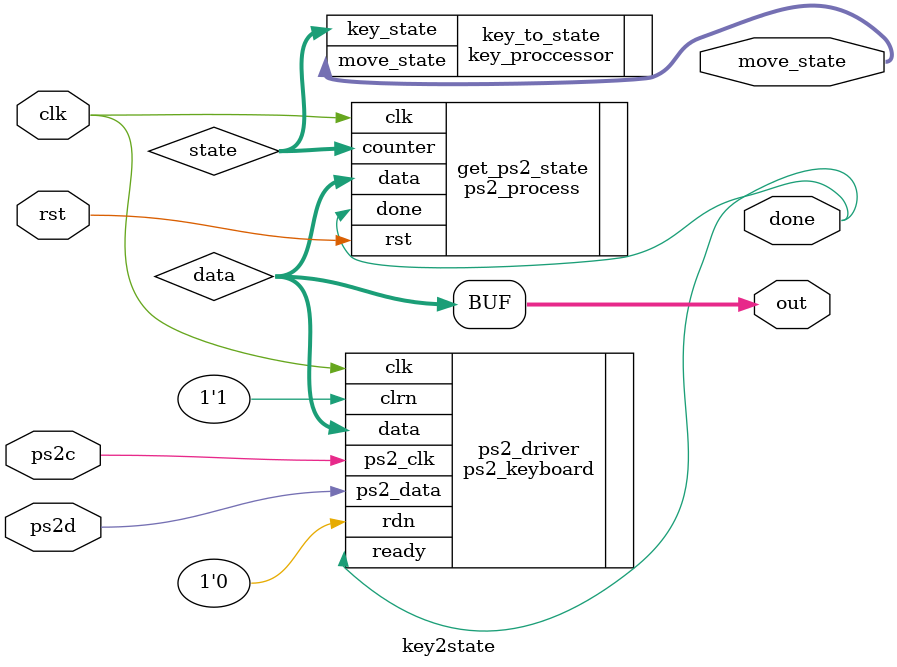
<source format=v>
module key2state(
    input wire clk,rst,
    input wire ps2c, ps2d,
    output wire[3:0] move_state,
    output wire done,
    output wire[7:0] out
);
    wire[7:0] data;
    wire[7:0] key;
    wire[4:0] state;
    assign out = data;
    ps2_keyboard ps2_driver(.ps2_clk(ps2c), .ps2_data(ps2d), .clk(clk),  .ready(done), .data(data), .rdn(1'b0), .clrn(1'b1));
    ps2_process get_ps2_state(.clk(clk), .rst(rst), .done(done), .data(data), .counter(state));
    key_proccessor key_to_state(.move_state(move_state), .key_state(state));
    
endmodule
</source>
